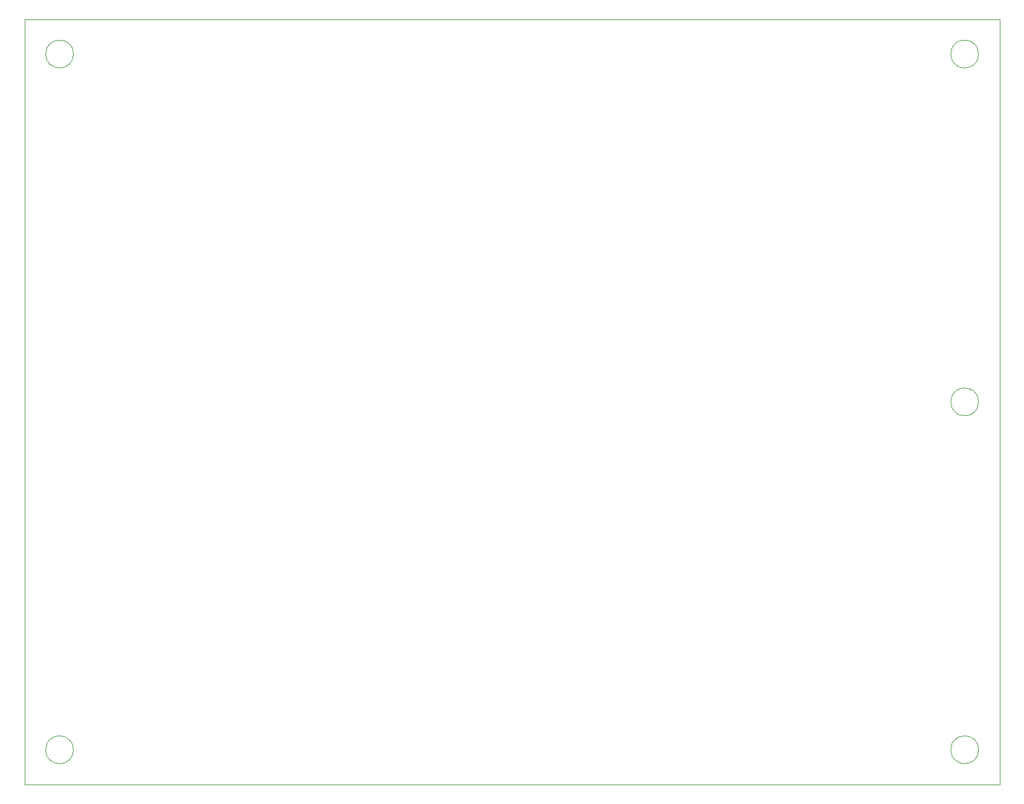
<source format=gm1>
G04 #@! TF.GenerationSoftware,KiCad,Pcbnew,7.0.8*
G04 #@! TF.CreationDate,2023-10-27T16:38:09+09:00*
G04 #@! TF.ProjectId,DMX512toWS2811,444d5835-3132-4746-9f57-53323831312e,rev?*
G04 #@! TF.SameCoordinates,Original*
G04 #@! TF.FileFunction,Profile,NP*
%FSLAX46Y46*%
G04 Gerber Fmt 4.6, Leading zero omitted, Abs format (unit mm)*
G04 Created by KiCad (PCBNEW 7.0.8) date 2023-10-27 16:38:09*
%MOMM*%
%LPD*%
G01*
G04 APERTURE LIST*
G04 #@! TA.AperFunction,Profile*
%ADD10C,0.100000*%
G04 #@! TD*
G04 APERTURE END LIST*
D10*
X72000000Y-145000000D02*
G75*
G03*
X72000000Y-145000000I-2000000J0D01*
G01*
X65000000Y-40000000D02*
X205000000Y-40000000D01*
X205000000Y-150000000D01*
X65000000Y-150000000D01*
X65000000Y-40000000D01*
X202000000Y-145000000D02*
G75*
G03*
X202000000Y-145000000I-2000000J0D01*
G01*
X202000000Y-45000000D02*
G75*
G03*
X202000000Y-45000000I-2000000J0D01*
G01*
X202000000Y-95000000D02*
G75*
G03*
X202000000Y-95000000I-2000000J0D01*
G01*
X72000000Y-45000000D02*
G75*
G03*
X72000000Y-45000000I-2000000J0D01*
G01*
M02*

</source>
